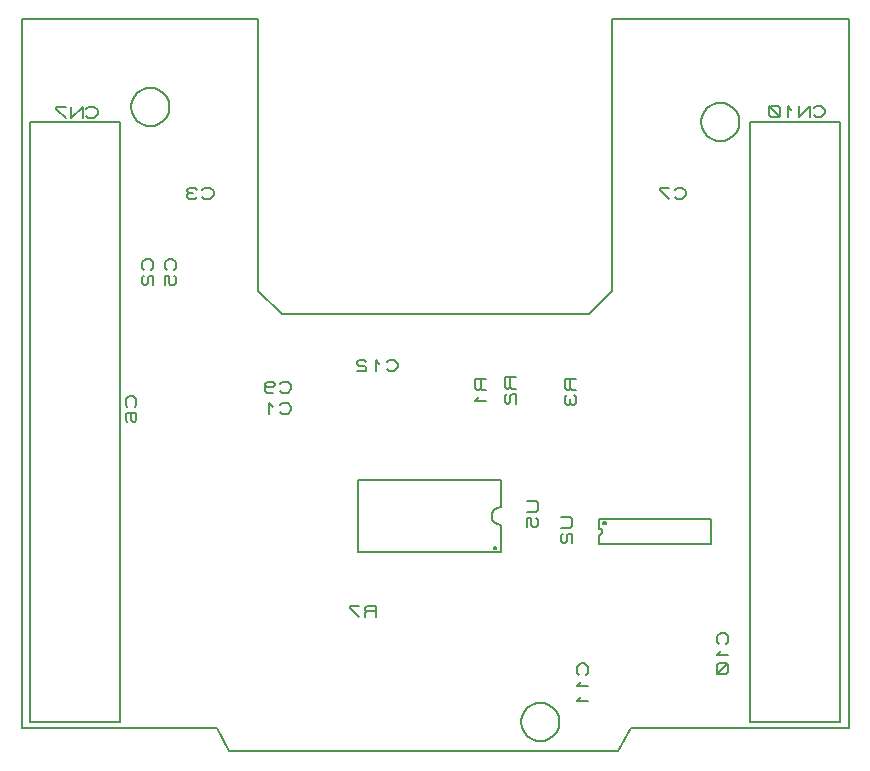
<source format=gbr>
G04 PROTEUS GERBER X2 FILE*
%TF.GenerationSoftware,Labcenter,Proteus,8.12-SP2-Build31155*%
%TF.CreationDate,2024-11-30T19:26:21+00:00*%
%TF.FileFunction,Legend,Bot*%
%TF.FilePolarity,Positive*%
%TF.Part,Single*%
%TF.SameCoordinates,{e6e8286e-83a0-46e7-8d5c-4e76f455a4ca}*%
%FSLAX45Y45*%
%MOMM*%
G01*
%TA.AperFunction,Profile*%
%ADD22C,0.203200*%
%TA.AperFunction,Material*%
%ADD25C,0.203200*%
%TD.AperFunction*%
D22*
X+0Y+0D02*
X+1650000Y+0D01*
X+7000000Y+0D02*
X+7000000Y+6000000D01*
X+5000000Y+6000000D01*
X+5000000Y+3700000D01*
X+4800000Y+3500000D01*
X+2200000Y+3500000D01*
X+2000000Y+3700000D02*
X+2000000Y+6000000D01*
X+0Y+6000000D01*
X+0Y+0D01*
X+2000000Y+3700000D02*
X+2200000Y+3500000D01*
X+5160000Y+0D02*
X+7000000Y+0D01*
X+1750000Y-200000D02*
X+5050000Y-200000D01*
X+1650000Y+0D02*
X+1750000Y-200000D01*
X+5160000Y+0D02*
X+5050000Y-200000D01*
X+4550045Y+50000D02*
X+4549508Y+63142D01*
X+4545144Y+89427D01*
X+4536029Y+115712D01*
X+4521182Y+141997D01*
X+4498470Y+168118D01*
X+4472185Y+187898D01*
X+4445900Y+200658D01*
X+4419615Y+208108D01*
X+4393330Y+210987D01*
X+4389000Y+211045D01*
X+4227955Y+50000D02*
X+4228492Y+63142D01*
X+4232856Y+89427D01*
X+4241971Y+115712D01*
X+4256818Y+141997D01*
X+4279530Y+168118D01*
X+4305815Y+187898D01*
X+4332100Y+200658D01*
X+4358385Y+208108D01*
X+4384670Y+210987D01*
X+4389000Y+211045D01*
X+4227955Y+50000D02*
X+4228492Y+36858D01*
X+4232856Y+10573D01*
X+4241971Y-15712D01*
X+4256818Y-41997D01*
X+4279530Y-68118D01*
X+4305815Y-87898D01*
X+4332100Y-100658D01*
X+4358385Y-108108D01*
X+4384670Y-110987D01*
X+4389000Y-111045D01*
X+4550045Y+50000D02*
X+4549508Y+36858D01*
X+4545144Y+10573D01*
X+4536029Y-15712D01*
X+4521182Y-41997D01*
X+4498470Y-68118D01*
X+4472185Y-87898D01*
X+4445900Y-100658D01*
X+4419615Y-108108D01*
X+4393330Y-110987D01*
X+4389000Y-111045D01*
X+6074045Y+5130000D02*
X+6073508Y+5143142D01*
X+6069144Y+5169427D01*
X+6060029Y+5195712D01*
X+6045182Y+5221997D01*
X+6022470Y+5248118D01*
X+5996185Y+5267898D01*
X+5969900Y+5280658D01*
X+5943615Y+5288108D01*
X+5917330Y+5290987D01*
X+5913000Y+5291045D01*
X+5751955Y+5130000D02*
X+5752492Y+5143142D01*
X+5756856Y+5169427D01*
X+5765971Y+5195712D01*
X+5780818Y+5221997D01*
X+5803530Y+5248118D01*
X+5829815Y+5267898D01*
X+5856100Y+5280658D01*
X+5882385Y+5288108D01*
X+5908670Y+5290987D01*
X+5913000Y+5291045D01*
X+5751955Y+5130000D02*
X+5752492Y+5116858D01*
X+5756856Y+5090573D01*
X+5765971Y+5064288D01*
X+5780818Y+5038003D01*
X+5803530Y+5011882D01*
X+5829815Y+4992102D01*
X+5856100Y+4979342D01*
X+5882385Y+4971892D01*
X+5908670Y+4969013D01*
X+5913000Y+4968955D01*
X+6074045Y+5130000D02*
X+6073508Y+5116858D01*
X+6069144Y+5090573D01*
X+6060029Y+5064288D01*
X+6045182Y+5038003D01*
X+6022470Y+5011882D01*
X+5996185Y+4992102D01*
X+5969900Y+4979342D01*
X+5943615Y+4971892D01*
X+5917330Y+4969013D01*
X+5913000Y+4968955D01*
X+1248045Y+5257000D02*
X+1247508Y+5270142D01*
X+1243144Y+5296427D01*
X+1234029Y+5322712D01*
X+1219182Y+5348997D01*
X+1196470Y+5375118D01*
X+1170185Y+5394898D01*
X+1143900Y+5407658D01*
X+1117615Y+5415108D01*
X+1091330Y+5417987D01*
X+1087000Y+5418045D01*
X+925955Y+5257000D02*
X+926492Y+5270142D01*
X+930856Y+5296427D01*
X+939971Y+5322712D01*
X+954818Y+5348997D01*
X+977530Y+5375118D01*
X+1003815Y+5394898D01*
X+1030100Y+5407658D01*
X+1056385Y+5415108D01*
X+1082670Y+5417987D01*
X+1087000Y+5418045D01*
X+925955Y+5257000D02*
X+926492Y+5243858D01*
X+930856Y+5217573D01*
X+939971Y+5191288D01*
X+954818Y+5165003D01*
X+977530Y+5138882D01*
X+1003815Y+5119102D01*
X+1030100Y+5106342D01*
X+1056385Y+5098892D01*
X+1082670Y+5096013D01*
X+1087000Y+5095955D01*
X+1248045Y+5257000D02*
X+1247508Y+5243858D01*
X+1243144Y+5217573D01*
X+1234029Y+5191288D01*
X+1219182Y+5165003D01*
X+1196470Y+5138882D01*
X+1170185Y+5119102D01*
X+1143900Y+5106342D01*
X+1117615Y+5098892D01*
X+1091330Y+5096013D01*
X+1087000Y+5095955D01*
D25*
X+70000Y+46000D02*
X+830000Y+46000D01*
X+830000Y+5126000D01*
X+70000Y+5126000D01*
X+70000Y+46000D01*
X+545250Y+5181880D02*
X+561125Y+5166640D01*
X+608750Y+5166640D01*
X+640500Y+5197120D01*
X+640500Y+5227600D01*
X+608750Y+5258080D01*
X+561125Y+5258080D01*
X+545250Y+5242840D01*
X+513500Y+5166640D02*
X+513500Y+5258080D01*
X+418250Y+5166640D01*
X+418250Y+5258080D01*
X+370625Y+5258080D02*
X+291250Y+5258080D01*
X+291250Y+5242840D01*
X+370625Y+5166640D01*
X+6166000Y+50000D02*
X+6926000Y+50000D01*
X+6926000Y+5130000D01*
X+6166000Y+5130000D01*
X+6166000Y+50000D01*
X+6704750Y+5185880D02*
X+6720625Y+5170640D01*
X+6768250Y+5170640D01*
X+6800000Y+5201120D01*
X+6800000Y+5231600D01*
X+6768250Y+5262080D01*
X+6720625Y+5262080D01*
X+6704750Y+5246840D01*
X+6673000Y+5170640D02*
X+6673000Y+5262080D01*
X+6577750Y+5170640D01*
X+6577750Y+5262080D01*
X+6514250Y+5231600D02*
X+6482500Y+5262080D01*
X+6482500Y+5170640D01*
X+6419000Y+5185880D02*
X+6419000Y+5246840D01*
X+6403125Y+5262080D01*
X+6339625Y+5262080D01*
X+6323750Y+5246840D01*
X+6323750Y+5185880D01*
X+6339625Y+5170640D01*
X+6403125Y+5170640D01*
X+6419000Y+5185880D01*
X+6419000Y+5170640D02*
X+6323750Y+5262080D01*
X+4882480Y+1767950D02*
X+4882480Y+1686988D01*
X+4893101Y+1684906D01*
X+4901667Y+1679186D01*
X+4907386Y+1670621D01*
X+4909468Y+1660000D01*
X+4882480Y+1633012D02*
X+4893101Y+1635094D01*
X+4901667Y+1640814D01*
X+4907386Y+1649379D01*
X+4909468Y+1660000D01*
X+4882480Y+1633012D02*
X+4882480Y+1552050D01*
X+5837520Y+1691750D02*
X+5837520Y+1628250D01*
X+4915500Y+1767950D02*
X+5804500Y+1767950D01*
X+4915500Y+1552050D02*
X+5804500Y+1552050D01*
X+4915500Y+1767950D02*
X+4882480Y+1767950D01*
X+4882480Y+1552050D02*
X+4915500Y+1552050D01*
X+5837520Y+1628250D02*
X+5837520Y+1552050D01*
X+5804500Y+1552050D01*
X+5804500Y+1767950D02*
X+5837520Y+1767950D01*
X+5837520Y+1691750D01*
X+4941916Y+1732390D02*
X+4941881Y+1733235D01*
X+4941594Y+1734926D01*
X+4940995Y+1736617D01*
X+4940015Y+1738308D01*
X+4938515Y+1739976D01*
X+4936824Y+1741196D01*
X+4935133Y+1741972D01*
X+4933442Y+1742409D01*
X+4931756Y+1742550D01*
X+4921596Y+1732390D02*
X+4921631Y+1733235D01*
X+4921918Y+1734926D01*
X+4922517Y+1736617D01*
X+4923497Y+1738308D01*
X+4924997Y+1739976D01*
X+4926688Y+1741196D01*
X+4928379Y+1741972D01*
X+4930070Y+1742409D01*
X+4931756Y+1742550D01*
X+4921596Y+1732390D02*
X+4921631Y+1731545D01*
X+4921918Y+1729854D01*
X+4922517Y+1728163D01*
X+4923497Y+1726472D01*
X+4924997Y+1724804D01*
X+4926688Y+1723584D01*
X+4928379Y+1722808D01*
X+4930070Y+1722371D01*
X+4931756Y+1722230D01*
X+4941916Y+1732390D02*
X+4941881Y+1731545D01*
X+4941594Y+1729854D01*
X+4940995Y+1728163D01*
X+4940015Y+1726472D01*
X+4938515Y+1724804D01*
X+4936824Y+1723584D01*
X+4935133Y+1722808D01*
X+4933442Y+1722371D01*
X+4931756Y+1722230D01*
X+4564980Y+1787000D02*
X+4641180Y+1787000D01*
X+4656420Y+1771125D01*
X+4656420Y+1707625D01*
X+4641180Y+1691750D01*
X+4564980Y+1691750D01*
X+4580220Y+1644125D02*
X+4564980Y+1628250D01*
X+4564980Y+1580625D01*
X+4580220Y+1564750D01*
X+4595460Y+1564750D01*
X+4610700Y+1580625D01*
X+4610700Y+1628250D01*
X+4625940Y+1644125D01*
X+4656420Y+1644125D01*
X+4656420Y+1564750D01*
X+4052020Y+1488000D02*
X+4052020Y+1716600D01*
X+4022031Y+1722479D01*
X+3997846Y+1738627D01*
X+3981699Y+1762811D01*
X+3975820Y+1792800D01*
X+4052020Y+1869000D02*
X+4022031Y+1863121D01*
X+3997846Y+1846973D01*
X+3981699Y+1822789D01*
X+3975820Y+1792800D01*
X+4052020Y+1869000D02*
X+4052020Y+2097600D01*
X+2842980Y+1564200D02*
X+2842980Y+2021400D01*
X+4019000Y+1488000D02*
X+2876000Y+1488000D01*
X+4019000Y+2097600D02*
X+2876000Y+2097600D01*
X+4019000Y+1488000D02*
X+4052020Y+1488000D01*
X+4052020Y+2097600D02*
X+4019000Y+2097600D01*
X+2842980Y+2021400D02*
X+2842980Y+2097600D01*
X+2876000Y+2097600D01*
X+2876000Y+1488000D02*
X+2842980Y+1488000D01*
X+2842980Y+1564200D01*
X+4012904Y+1523560D02*
X+4012869Y+1524405D01*
X+4012582Y+1526096D01*
X+4011983Y+1527787D01*
X+4011003Y+1529478D01*
X+4009503Y+1531146D01*
X+4007812Y+1532366D01*
X+4006121Y+1533142D01*
X+4004430Y+1533579D01*
X+4002744Y+1533720D01*
X+3992584Y+1523560D02*
X+3992619Y+1524405D01*
X+3992906Y+1526096D01*
X+3993505Y+1527787D01*
X+3994485Y+1529478D01*
X+3995985Y+1531146D01*
X+3997676Y+1532366D01*
X+3999367Y+1533142D01*
X+4001058Y+1533579D01*
X+4002744Y+1533720D01*
X+3992584Y+1523560D02*
X+3992619Y+1522715D01*
X+3992906Y+1521024D01*
X+3993505Y+1519333D01*
X+3994485Y+1517642D01*
X+3995985Y+1515974D01*
X+3997676Y+1514754D01*
X+3999367Y+1513978D01*
X+4001058Y+1513541D01*
X+4002744Y+1513400D01*
X+4012904Y+1523560D02*
X+4012869Y+1522715D01*
X+4012582Y+1521024D01*
X+4011983Y+1519333D01*
X+4011003Y+1517642D01*
X+4009503Y+1515974D01*
X+4007812Y+1514754D01*
X+4006121Y+1513978D01*
X+4004430Y+1513541D01*
X+4002744Y+1513400D01*
X+4278080Y+1919800D02*
X+4354280Y+1919800D01*
X+4369520Y+1903925D01*
X+4369520Y+1840425D01*
X+4354280Y+1824550D01*
X+4278080Y+1824550D01*
X+4278080Y+1697550D02*
X+4278080Y+1776925D01*
X+4308560Y+1776925D01*
X+4308560Y+1713425D01*
X+4323800Y+1697550D01*
X+4354280Y+1697550D01*
X+4369520Y+1713425D01*
X+4369520Y+1761050D01*
X+4354280Y+1776925D01*
X+3929520Y+2957000D02*
X+3838080Y+2957000D01*
X+3838080Y+2877625D01*
X+3853320Y+2861750D01*
X+3868560Y+2861750D01*
X+3883800Y+2877625D01*
X+3883800Y+2957000D01*
X+3883800Y+2877625D02*
X+3899040Y+2861750D01*
X+3929520Y+2861750D01*
X+3868560Y+2798250D02*
X+3838080Y+2766500D01*
X+3929520Y+2766500D01*
X+4179520Y+2967000D02*
X+4088080Y+2967000D01*
X+4088080Y+2887625D01*
X+4103320Y+2871750D01*
X+4118560Y+2871750D01*
X+4133800Y+2887625D01*
X+4133800Y+2967000D01*
X+4133800Y+2887625D02*
X+4149040Y+2871750D01*
X+4179520Y+2871750D01*
X+4103320Y+2824125D02*
X+4088080Y+2808250D01*
X+4088080Y+2760625D01*
X+4103320Y+2744750D01*
X+4118560Y+2744750D01*
X+4133800Y+2760625D01*
X+4133800Y+2808250D01*
X+4149040Y+2824125D01*
X+4179520Y+2824125D01*
X+4179520Y+2744750D01*
X+4689520Y+2957000D02*
X+4598080Y+2957000D01*
X+4598080Y+2877625D01*
X+4613320Y+2861750D01*
X+4628560Y+2861750D01*
X+4643800Y+2877625D01*
X+4643800Y+2957000D01*
X+4643800Y+2877625D02*
X+4659040Y+2861750D01*
X+4689520Y+2861750D01*
X+4613320Y+2814125D02*
X+4598080Y+2798250D01*
X+4598080Y+2750625D01*
X+4613320Y+2734750D01*
X+4628560Y+2734750D01*
X+4643800Y+2750625D01*
X+4659040Y+2734750D01*
X+4674280Y+2734750D01*
X+4689520Y+2750625D01*
X+4689520Y+2798250D01*
X+4674280Y+2814125D01*
X+4643800Y+2782375D02*
X+4643800Y+2750625D01*
X+2186750Y+2673320D02*
X+2202625Y+2658080D01*
X+2250250Y+2658080D01*
X+2282000Y+2688560D01*
X+2282000Y+2719040D01*
X+2250250Y+2749520D01*
X+2202625Y+2749520D01*
X+2186750Y+2734280D01*
X+2123250Y+2719040D02*
X+2091500Y+2749520D01*
X+2091500Y+2658080D01*
X+2186750Y+2853320D02*
X+2202625Y+2838080D01*
X+2250250Y+2838080D01*
X+2282000Y+2868560D01*
X+2282000Y+2899040D01*
X+2250250Y+2929520D01*
X+2202625Y+2929520D01*
X+2186750Y+2914280D01*
X+2059750Y+2899040D02*
X+2075625Y+2883800D01*
X+2123250Y+2883800D01*
X+2139125Y+2899040D01*
X+2139125Y+2914280D01*
X+2123250Y+2929520D01*
X+2075625Y+2929520D01*
X+2059750Y+2914280D01*
X+2059750Y+2853320D01*
X+2075625Y+2838080D01*
X+2123250Y+2838080D01*
X+1096680Y+3876750D02*
X+1111920Y+3892625D01*
X+1111920Y+3940250D01*
X+1081440Y+3972000D01*
X+1050960Y+3972000D01*
X+1020480Y+3940250D01*
X+1020480Y+3892625D01*
X+1035720Y+3876750D01*
X+1035720Y+3829125D02*
X+1020480Y+3813250D01*
X+1020480Y+3765625D01*
X+1035720Y+3749750D01*
X+1050960Y+3749750D01*
X+1066200Y+3765625D01*
X+1066200Y+3813250D01*
X+1081440Y+3829125D01*
X+1111920Y+3829125D01*
X+1111920Y+3749750D01*
X+1286680Y+3876750D02*
X+1301920Y+3892625D01*
X+1301920Y+3940250D01*
X+1271440Y+3972000D01*
X+1240960Y+3972000D01*
X+1210480Y+3940250D01*
X+1210480Y+3892625D01*
X+1225720Y+3876750D01*
X+1210480Y+3749750D02*
X+1210480Y+3829125D01*
X+1240960Y+3829125D01*
X+1240960Y+3765625D01*
X+1256200Y+3749750D01*
X+1286680Y+3749750D01*
X+1301920Y+3765625D01*
X+1301920Y+3813250D01*
X+1286680Y+3829125D01*
X+954280Y+2716750D02*
X+969520Y+2732625D01*
X+969520Y+2780250D01*
X+939040Y+2812000D01*
X+908560Y+2812000D01*
X+878080Y+2780250D01*
X+878080Y+2732625D01*
X+893320Y+2716750D01*
X+893320Y+2589750D02*
X+878080Y+2605625D01*
X+878080Y+2653250D01*
X+893320Y+2669125D01*
X+954280Y+2669125D01*
X+969520Y+2653250D01*
X+969520Y+2605625D01*
X+954280Y+2589750D01*
X+939040Y+2589750D01*
X+923800Y+2605625D01*
X+923800Y+2669125D01*
X+5526750Y+4495720D02*
X+5542625Y+4480480D01*
X+5590250Y+4480480D01*
X+5622000Y+4510960D01*
X+5622000Y+4541440D01*
X+5590250Y+4571920D01*
X+5542625Y+4571920D01*
X+5526750Y+4556680D01*
X+5479125Y+4571920D02*
X+5399750Y+4571920D01*
X+5399750Y+4556680D01*
X+5479125Y+4480480D01*
X+1526750Y+4495720D02*
X+1542625Y+4480480D01*
X+1590250Y+4480480D01*
X+1622000Y+4510960D01*
X+1622000Y+4541440D01*
X+1590250Y+4571920D01*
X+1542625Y+4571920D01*
X+1526750Y+4556680D01*
X+1479125Y+4556680D02*
X+1463250Y+4571920D01*
X+1415625Y+4571920D01*
X+1399750Y+4556680D01*
X+1399750Y+4541440D01*
X+1415625Y+4526200D01*
X+1399750Y+4510960D01*
X+1399750Y+4495720D01*
X+1415625Y+4480480D01*
X+1463250Y+4480480D01*
X+1479125Y+4495720D01*
X+1447375Y+4526200D02*
X+1415625Y+4526200D01*
X+2997000Y+940480D02*
X+2997000Y+1031920D01*
X+2917625Y+1031920D01*
X+2901750Y+1016680D01*
X+2901750Y+1001440D01*
X+2917625Y+986200D01*
X+2997000Y+986200D01*
X+2917625Y+986200D02*
X+2901750Y+970960D01*
X+2901750Y+940480D01*
X+2854125Y+1031920D02*
X+2774750Y+1031920D01*
X+2774750Y+1016680D01*
X+2854125Y+940480D01*
X+5964280Y+710250D02*
X+5979520Y+726125D01*
X+5979520Y+773750D01*
X+5949040Y+805500D01*
X+5918560Y+805500D01*
X+5888080Y+773750D01*
X+5888080Y+726125D01*
X+5903320Y+710250D01*
X+5918560Y+646750D02*
X+5888080Y+615000D01*
X+5979520Y+615000D01*
X+5964280Y+551500D02*
X+5903320Y+551500D01*
X+5888080Y+535625D01*
X+5888080Y+472125D01*
X+5903320Y+456250D01*
X+5964280Y+456250D01*
X+5979520Y+472125D01*
X+5979520Y+535625D01*
X+5964280Y+551500D01*
X+5979520Y+551500D02*
X+5888080Y+456250D01*
X+4776680Y+450250D02*
X+4791920Y+466125D01*
X+4791920Y+513750D01*
X+4761440Y+545500D01*
X+4730960Y+545500D01*
X+4700480Y+513750D01*
X+4700480Y+466125D01*
X+4715720Y+450250D01*
X+4730960Y+386750D02*
X+4700480Y+355000D01*
X+4791920Y+355000D01*
X+4730960Y+259750D02*
X+4700480Y+228000D01*
X+4791920Y+228000D01*
X+3090250Y+3035720D02*
X+3106125Y+3020480D01*
X+3153750Y+3020480D01*
X+3185500Y+3050960D01*
X+3185500Y+3081440D01*
X+3153750Y+3111920D01*
X+3106125Y+3111920D01*
X+3090250Y+3096680D01*
X+3026750Y+3081440D02*
X+2995000Y+3111920D01*
X+2995000Y+3020480D01*
X+2915625Y+3096680D02*
X+2899750Y+3111920D01*
X+2852125Y+3111920D01*
X+2836250Y+3096680D01*
X+2836250Y+3081440D01*
X+2852125Y+3066200D01*
X+2899750Y+3066200D01*
X+2915625Y+3050960D01*
X+2915625Y+3020480D01*
X+2836250Y+3020480D01*
M02*

</source>
